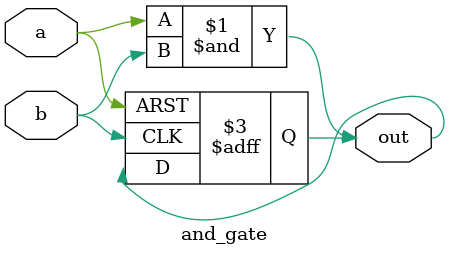
<source format=v>

module and_gate( 
    input a, 
    input b, 
    output out );

    // assing the AND of a and b to out
// Use an assign statement
assign out = a & b;

// Use always-block statements
always @(posedge a or posedge b)
begin
 if (a)
// always within an always block activates 
// only when we enter the block
 out = 1;
// When we exit from any block it resets to 0
 // Restore else within an always block
end

// Combinational always, can be nested as needed
// Apply to else as needed.
endmodule

</source>
